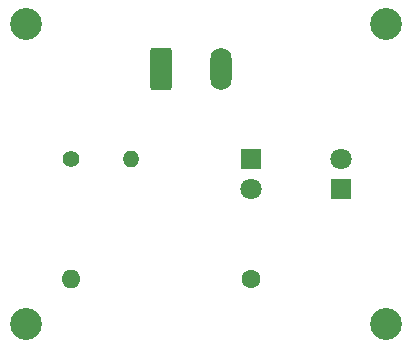
<source format=gbr>
%TF.GenerationSoftware,KiCad,Pcbnew,7.0.10*%
%TF.CreationDate,2024-04-09T17:15:05+02:00*%
%TF.ProjectId,KortsluitingBeperker,4b6f7274-736c-4756-9974-696e67426570,rev?*%
%TF.SameCoordinates,Original*%
%TF.FileFunction,Soldermask,Bot*%
%TF.FilePolarity,Negative*%
%FSLAX46Y46*%
G04 Gerber Fmt 4.6, Leading zero omitted, Abs format (unit mm)*
G04 Created by KiCad (PCBNEW 7.0.10) date 2024-04-09 17:15:05*
%MOMM*%
%LPD*%
G01*
G04 APERTURE LIST*
G04 Aperture macros list*
%AMRoundRect*
0 Rectangle with rounded corners*
0 $1 Rounding radius*
0 $2 $3 $4 $5 $6 $7 $8 $9 X,Y pos of 4 corners*
0 Add a 4 corners polygon primitive as box body*
4,1,4,$2,$3,$4,$5,$6,$7,$8,$9,$2,$3,0*
0 Add four circle primitives for the rounded corners*
1,1,$1+$1,$2,$3*
1,1,$1+$1,$4,$5*
1,1,$1+$1,$6,$7*
1,1,$1+$1,$8,$9*
0 Add four rect primitives between the rounded corners*
20,1,$1+$1,$2,$3,$4,$5,0*
20,1,$1+$1,$4,$5,$6,$7,0*
20,1,$1+$1,$6,$7,$8,$9,0*
20,1,$1+$1,$8,$9,$2,$3,0*%
G04 Aperture macros list end*
%ADD10RoundRect,0.250000X-0.650000X-1.550000X0.650000X-1.550000X0.650000X1.550000X-0.650000X1.550000X0*%
%ADD11O,1.800000X3.600000*%
%ADD12C,2.700000*%
%ADD13R,1.800000X1.800000*%
%ADD14C,1.800000*%
%ADD15C,1.600000*%
%ADD16O,1.600000X1.600000*%
%ADD17C,1.400000*%
%ADD18O,1.400000X1.400000*%
G04 APERTURE END LIST*
D10*
%TO.C,J1*%
X29210000Y-21590000D03*
D11*
X34290000Y-21590000D03*
%TD*%
D12*
%TO.C,LB*%
X17780000Y-17780000D03*
%TD*%
D13*
%TO.C,D2*%
X36830000Y-29210000D03*
D14*
X36830000Y-31750000D03*
%TD*%
D12*
%TO.C,LO*%
X17780000Y-43180000D03*
%TD*%
D13*
%TO.C,D1*%
X44450000Y-31750000D03*
D14*
X44450000Y-29210000D03*
%TD*%
D15*
%TO.C,R1*%
X36830000Y-39370000D03*
D16*
X21590000Y-39370000D03*
%TD*%
D12*
%TO.C,RO*%
X48260000Y-43180000D03*
%TD*%
%TO.C,RB*%
X48260000Y-17780000D03*
%TD*%
D17*
%TO.C,TH1*%
X21590000Y-29210000D03*
D18*
X26670000Y-29210000D03*
%TD*%
M02*

</source>
